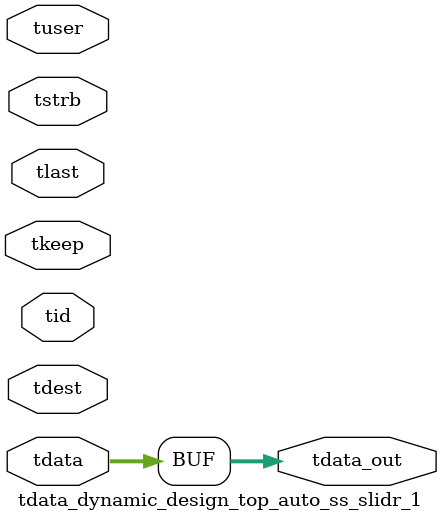
<source format=v>


`timescale 1ps/1ps

module tdata_dynamic_design_top_auto_ss_slidr_1 #
(
parameter C_S_AXIS_TDATA_WIDTH = 32,
parameter C_S_AXIS_TUSER_WIDTH = 0,
parameter C_S_AXIS_TID_WIDTH   = 0,
parameter C_S_AXIS_TDEST_WIDTH = 0,
parameter C_M_AXIS_TDATA_WIDTH = 32
)
(
input  [(C_S_AXIS_TDATA_WIDTH == 0 ? 1 : C_S_AXIS_TDATA_WIDTH)-1:0     ] tdata,
input  [(C_S_AXIS_TUSER_WIDTH == 0 ? 1 : C_S_AXIS_TUSER_WIDTH)-1:0     ] tuser,
input  [(C_S_AXIS_TID_WIDTH   == 0 ? 1 : C_S_AXIS_TID_WIDTH)-1:0       ] tid,
input  [(C_S_AXIS_TDEST_WIDTH == 0 ? 1 : C_S_AXIS_TDEST_WIDTH)-1:0     ] tdest,
input  [(C_S_AXIS_TDATA_WIDTH/8)-1:0 ] tkeep,
input  [(C_S_AXIS_TDATA_WIDTH/8)-1:0 ] tstrb,
input                                                                    tlast,
output [C_M_AXIS_TDATA_WIDTH-1:0] tdata_out
);

assign tdata_out = {tdata[511:0]};

endmodule


</source>
